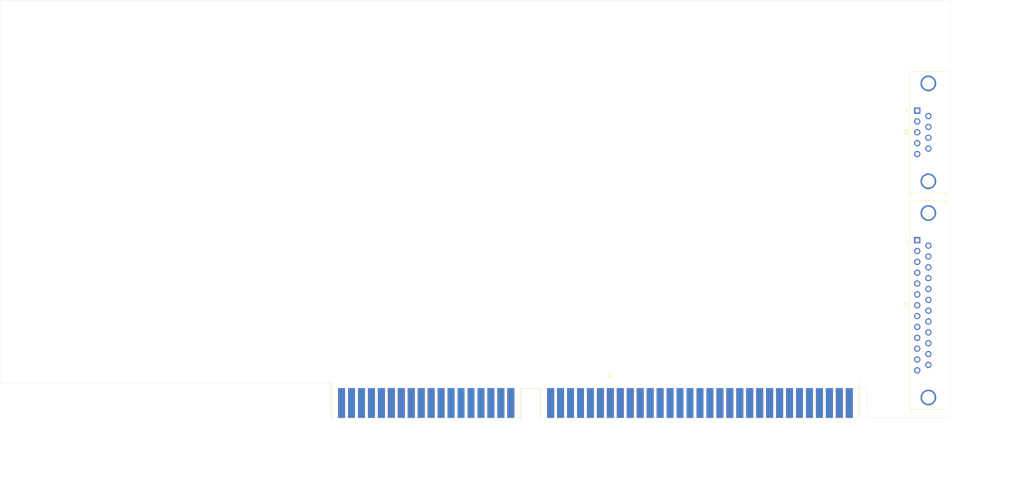
<source format=kicad_pcb>
(kicad_pcb (version 20240108) (generator "pcbnew") (generator_version "8.0")
  (layers (0 "F.Cu" signal) (31 "B.Cu" signal) (34 "B.Paste" user) (35 "F.Paste" user) (36 "B.SilkS" user "B.Silkscreen") (37 "F.SilkS" user "F.Silkscreen") (38 "B.Mask" user) (39 "F.Mask" user) (44 "Edge.Cuts" user))
  (net 0 "")
  (footprint "Connector_PCBEdge:BUS_AT" (layer "F.Cu") (at 254 123.19)
    (property "Reference" "J1" (at -60.96 -6.99 0) (layer "F.SilkS"))
    (property "Value" "Bus_ISA_16bit")
    (fp_line (start -132.15 -5.1) (end -132.55 -5.1) (stroke (width 0.12)) (layer "F.SilkS"))
    (fp_line (start -132.15 3.85) (end -132.15 -5.1) (stroke (width 0.12)) (layer "F.SilkS"))
    (fp_line (start -83.75 -3.75) (end -78.8 -3.75) (stroke (width 0.12)) (layer "F.SilkS"))
    (fp_line (start -83.75 3.85) (end -83.75 -3.75) (stroke (width 0.12)) (layer "F.SilkS"))
    (fp_line (start -78.8 -3.75) (end -78.8 3.85) (stroke (width 0.12)) (layer "F.SilkS"))
    (fp_line (start 2.6 -5.1) (end 3 -5.1) (stroke (width 0.12)) (layer "F.SilkS"))
    (fp_line (start 2.6 3.85) (end 2.6 -5.1) (stroke (width 0.12)) (layer "F.SilkS"))
    (pad "1" connect rect (at 0 0) (size 1.78 7.62) (layers "B.Cu" "B.Mask"))
    (pad "2" connect rect (at -2.54 0) (size 1.78 7.62) (layers "B.Cu" "B.Mask"))
    (pad "3" connect rect (at -5.08 0) (size 1.78 7.62) (layers "B.Cu" "B.Mask"))
    (pad "4" connect rect (at -7.62 0) (size 1.78 7.62) (layers "B.Cu" "B.Mask"))
    (pad "5" connect rect (at -10.16 0) (size 1.78 7.62) (layers "B.Cu" "B.Mask"))
    (pad "6" connect rect (at -12.7 0) (size 1.78 7.62) (layers "B.Cu" "B.Mask"))
    (pad "7" connect rect (at -15.24 0) (size 1.78 7.62) (layers "B.Cu" "B.Mask"))
    (pad "8" connect rect (at -17.78 0) (size 1.78 7.62) (layers "B.Cu" "B.Mask"))
    (pad "9" connect rect (at -20.32 0) (size 1.78 7.62) (layers "B.Cu" "B.Mask"))
    (pad "10" connect rect (at -22.86 0) (size 1.78 7.62) (layers "B.Cu" "B.Mask"))
    (pad "11" connect rect (at -25.4 0) (size 1.78 7.62) (layers "B.Cu" "B.Mask"))
    (pad "12" connect rect (at -27.94 0) (size 1.78 7.62) (layers "B.Cu" "B.Mask"))
    (pad "13" connect rect (at -30.48 0) (size 1.78 7.62) (layers "B.Cu" "B.Mask"))
    (pad "14" connect rect (at -33.02 0) (size 1.78 7.62) (layers "B.Cu" "B.Mask"))
    (pad "15" connect rect (at -35.56 0) (size 1.78 7.62) (layers "B.Cu" "B.Mask"))
    (pad "16" connect rect (at -38.1 0) (size 1.78 7.62) (layers "B.Cu" "B.Mask"))
    (pad "17" connect rect (at -40.64 0) (size 1.78 7.62) (layers "B.Cu" "B.Mask"))
    (pad "18" connect rect (at -43.18 0) (size 1.78 7.62) (layers "B.Cu" "B.Mask"))
    (pad "19" connect rect (at -45.72 0) (size 1.78 7.62) (layers "B.Cu" "B.Mask"))
    (pad "20" connect rect (at -48.26 0) (size 1.78 7.62) (layers "B.Cu" "B.Mask"))
    (pad "21" connect rect (at -50.8 0) (size 1.78 7.62) (layers "B.Cu" "B.Mask"))
    (pad "22" connect rect (at -53.34 0) (size 1.78 7.62) (layers "B.Cu" "B.Mask"))
    (pad "23" connect rect (at -55.88 0) (size 1.78 7.62) (layers "B.Cu" "B.Mask"))
    (pad "24" connect rect (at -58.42 0) (size 1.78 7.62) (layers "B.Cu" "B.Mask"))
    (pad "25" connect rect (at -60.96 0) (size 1.78 7.62) (layers "B.Cu" "B.Mask"))
    (pad "26" connect rect (at -63.5 0) (size 1.78 7.62) (layers "B.Cu" "B.Mask"))
    (pad "27" connect rect (at -66.04 0) (size 1.78 7.62) (layers "B.Cu" "B.Mask"))
    (pad "28" connect rect (at -68.58 0) (size 1.78 7.62) (layers "B.Cu" "B.Mask"))
    (pad "29" connect rect (at -71.12 0) (size 1.78 7.62) (layers "B.Cu" "B.Mask"))
    (pad "30" connect rect (at -73.66 0) (size 1.78 7.62) (layers "B.Cu" "B.Mask"))
    (pad "31" connect rect (at -76.2 0) (size 1.78 7.62) (layers "B.Cu" "B.Mask"))
    (pad "32" connect rect (at 0 0) (size 1.78 7.62) (layers "F.Cu" "F.Mask"))
    (pad "33" connect rect (at -2.54 0) (size 1.78 7.62) (layers "F.Cu" "F.Mask"))
    (pad "34" connect rect (at -5.08 0) (size 1.78 7.62) (layers "F.Cu" "F.Mask"))
    (pad "35" connect rect (at -7.62 0) (size 1.78 7.62) (layers "F.Cu" "F.Mask"))
    (pad "36" connect rect (at -10.16 0) (size 1.78 7.62) (layers "F.Cu" "F.Mask"))
    (pad "37" connect rect (at -12.7 0) (size 1.78 7.62) (layers "F.Cu" "F.Mask"))
    (pad "38" connect rect (at -15.24 0) (size 1.78 7.62) (layers "F.Cu" "F.Mask"))
    (pad "39" connect rect (at -17.78 0) (size 1.78 7.62) (layers "F.Cu" "F.Mask"))
    (pad "40" connect rect (at -20.32 0) (size 1.78 7.62) (layers "F.Cu" "F.Mask"))
    (pad "41" connect rect (at -22.86 0) (size 1.78 7.62) (layers "F.Cu" "F.Mask"))
    (pad "42" connect rect (at -25.4 0) (size 1.78 7.62) (layers "F.Cu" "F.Mask"))
    (pad "43" connect rect (at -27.94 0) (size 1.78 7.62) (layers "F.Cu" "F.Mask"))
    (pad "44" connect rect (at -30.48 0) (size 1.78 7.62) (layers "F.Cu" "F.Mask"))
    (pad "45" connect rect (at -33.02 0) (size 1.78 7.62) (layers "F.Cu" "F.Mask"))
    (pad "46" connect rect (at -35.56 0) (size 1.78 7.62) (layers "F.Cu" "F.Mask"))
    (pad "47" connect rect (at -38.1 0) (size 1.78 7.62) (layers "F.Cu" "F.Mask"))
    (pad "48" connect rect (at -40.64 0) (size 1.78 7.62) (layers "F.Cu" "F.Mask"))
    (pad "49" connect rect (at -43.18 0) (size 1.78 7.62) (layers "F.Cu" "F.Mask"))
    (pad "50" connect rect (at -45.72 0) (size 1.78 7.62) (layers "F.Cu" "F.Mask"))
    (pad "51" connect rect (at -48.26 0) (size 1.78 7.62) (layers "F.Cu" "F.Mask"))
    (pad "52" connect rect (at -50.8 0) (size 1.78 7.62) (layers "F.Cu" "F.Mask"))
    (pad "53" connect rect (at -53.34 0) (size 1.78 7.62) (layers "F.Cu" "F.Mask"))
    (pad "54" connect rect (at -55.88 0) (size 1.78 7.62) (layers "F.Cu" "F.Mask"))
    (pad "55" connect rect (at -58.42 0) (size 1.78 7.62) (layers "F.Cu" "F.Mask"))
    (pad "56" connect rect (at -60.96 0) (size 1.78 7.62) (layers "F.Cu" "F.Mask"))
    (pad "57" connect rect (at -63.5 0) (size 1.78 7.62) (layers "F.Cu" "F.Mask"))
    (pad "58" connect rect (at -66.04 0) (size 1.78 7.62) (layers "F.Cu" "F.Mask"))
    (pad "59" connect rect (at -68.58 0) (size 1.78 7.62) (layers "F.Cu" "F.Mask"))
    (pad "60" connect rect (at -71.12 0) (size 1.78 7.62) (layers "F.Cu" "F.Mask"))
    (pad "61" connect rect (at -73.66 0) (size 1.78 7.62) (layers "F.Cu" "F.Mask"))
    (pad "62" connect rect (at -76.2 0) (size 1.78 7.62) (layers "F.Cu" "F.Mask"))
    (pad "63" connect rect (at -86.36 0) (size 1.78 7.62) (layers "B.Cu" "B.Mask"))
    (pad "64" connect rect (at -88.9 0) (size 1.78 7.62) (layers "B.Cu" "B.Mask"))
    (pad "65" connect rect (at -91.44 0) (size 1.78 7.62) (layers "B.Cu" "B.Mask"))
    (pad "66" connect rect (at -93.98 0) (size 1.78 7.62) (layers "B.Cu" "B.Mask"))
    (pad "67" connect rect (at -96.52 0) (size 1.78 7.62) (layers "B.Cu" "B.Mask"))
    (pad "68" connect rect (at -99.06 0) (size 1.78 7.62) (layers "B.Cu" "B.Mask"))
    (pad "69" connect rect (at -101.6 0) (size 1.78 7.62) (layers "B.Cu" "B.Mask"))
    (pad "70" connect rect (at -104.14 0) (size 1.78 7.62) (layers "B.Cu" "B.Mask"))
    (pad "71" connect rect (at -106.68 0) (size 1.78 7.62) (layers "B.Cu" "B.Mask"))
    (pad "72" connect rect (at -109.22 0) (size 1.78 7.62) (layers "B.Cu" "B.Mask"))
    (pad "73" connect rect (at -111.76 0) (size 1.78 7.62) (layers "B.Cu" "B.Mask"))
    (pad "74" connect rect (at -114.3 0) (size 1.78 7.62) (layers "B.Cu" "B.Mask"))
    (pad "75" connect rect (at -116.84 0) (size 1.78 7.62) (layers "B.Cu" "B.Mask"))
    (pad "76" connect rect (at -119.38 0) (size 1.78 7.62) (layers "B.Cu" "B.Mask"))
    (pad "77" connect rect (at -121.92 0) (size 1.78 7.62) (layers "B.Cu" "B.Mask"))
    (pad "78" connect rect (at -124.46 0) (size 1.78 7.62) (layers "B.Cu" "B.Mask"))
    (pad "79" connect rect (at -127 0) (size 1.78 7.62) (layers "B.Cu" "B.Mask"))
    (pad "80" connect rect (at -129.54 0) (size 1.78 7.62) (layers "B.Cu" "B.Mask"))
    (pad "81" connect rect (at -86.36 0) (size 1.78 7.62) (layers "F.Cu" "F.Mask"))
    (pad "82" connect rect (at -88.9 0) (size 1.78 7.62) (layers "F.Cu" "F.Mask"))
    (pad "83" connect rect (at -91.44 0) (size 1.78 7.62) (layers "F.Cu" "F.Mask"))
    (pad "84" connect rect (at -93.98 0) (size 1.78 7.62) (layers "F.Cu" "F.Mask"))
    (pad "85" connect rect (at -96.52 0) (size 1.78 7.62) (layers "F.Cu" "F.Mask"))
    (pad "86" connect rect (at -99.06 0) (size 1.78 7.62) (layers "F.Cu" "F.Mask"))
    (pad "87" connect rect (at -101.6 0) (size 1.78 7.62) (layers "F.Cu" "F.Mask"))
    (pad "88" connect rect (at -104.14 0) (size 1.78 7.62) (layers "F.Cu" "F.Mask"))
    (pad "89" connect rect (at -106.68 0) (size 1.78 7.62) (layers "F.Cu" "F.Mask"))
    (pad "90" connect rect (at -109.22 0) (size 1.78 7.62) (layers "F.Cu" "F.Mask"))
    (pad "91" connect rect (at -111.76 0) (size 1.78 7.62) (layers "F.Cu" "F.Mask"))
    (pad "92" connect rect (at -114.3 0) (size 1.78 7.62) (layers "F.Cu" "F.Mask"))
    (pad "93" connect rect (at -116.84 0) (size 1.78 7.62) (layers "F.Cu" "F.Mask"))
    (pad "94" connect rect (at -119.38 0) (size 1.78 7.62) (layers "F.Cu" "F.Mask"))
    (pad "95" connect rect (at -121.92 0) (size 1.78 7.62) (layers "F.Cu" "F.Mask"))
    (pad "96" connect rect (at -124.46 0) (size 1.78 7.62) (layers "F.Cu" "F.Mask"))
    (pad "97" connect rect (at -127 0) (size 1.78 7.62) (layers "F.Cu" "F.Mask"))
    (pad "98" connect rect (at -129.54 0) (size 1.78 7.62) (layers "F.Cu" "F.Mask"))
  )
  (footprint "pc-parts:PC_BRACKET_ISA_KEYSTONE_9200_Rev1_1" (layer "F.Cu") (at 254 127)
    (property "Reference" "BRACKET1" (hide yes))
    (property "Value" "~" (hide yes))
  )
  (footprint "Connector_Dsub:DSUB-9_Female_Horizontal_P2.77x2.84mm_EdgePinOffset4.94mm_Housed_MountingHolesOffset4.94mm" (layer "F.Cu") (at 271.337669 48.5132 90)
    (property "Reference" "J3" (at -5.54 -2.8 90) (layer "F.SilkS"))
    (property "Value" "DE9_Receptacle_MountingHoles")
    (fp_line (start 0.25 -2.754338) (end 0 -2.321325) (stroke (width 0.12)) (layer "F.SilkS"))
    (fp_line (start -0.25 -2.754338) (end 0.25 -2.754338) (stroke (width 0.12)) (layer "F.SilkS"))
    (fp_line (start 0 -2.321325) (end -0.25 -2.754338) (stroke (width 0.12)) (layer "F.SilkS"))
    (fp_line (start 9.945 -1.86) (end 9.945 7.72) (stroke (width 0.12)) (layer "F.SilkS"))
    (fp_line (start -21.025 -1.86) (end 9.945 -1.86) (stroke (width 0.12)) (layer "F.SilkS"))
    (fp_line (start -21.025 7.72) (end -21.025 -1.86) (stroke (width 0.12)) (layer "F.SilkS"))
    (pad "0" thru_hole circle (at -18.04 2.84 90) (size 4 4) (drill 3.2) (layers "*.Cu" "*.Mask"))
    (pad "0" thru_hole circle (at 6.96 2.84 90) (size 4 4) (drill 3.2) (layers "*.Cu" "*.Mask"))
    (pad "1" thru_hole rect (at 0 0 90) (size 1.6 1.6) (drill 1) (layers "*.Cu" "*.Mask"))
    (pad "2" thru_hole circle (at -2.77 0 90) (size 1.6 1.6) (drill 1) (layers "*.Cu" "*.Mask"))
    (pad "3" thru_hole circle (at -5.54 0 90) (size 1.6 1.6) (drill 1) (layers "*.Cu" "*.Mask"))
    (pad "4" thru_hole circle (at -8.31 0 90) (size 1.6 1.6) (drill 1) (layers "*.Cu" "*.Mask"))
    (pad "5" thru_hole circle (at -11.08 0 90) (size 1.6 1.6) (drill 1) (layers "*.Cu" "*.Mask"))
    (pad "6" thru_hole circle (at -1.385 2.84 90) (size 1.6 1.6) (drill 1) (layers "*.Cu" "*.Mask"))
    (pad "7" thru_hole circle (at -4.155 2.84 90) (size 1.6 1.6) (drill 1) (layers "*.Cu" "*.Mask"))
    (pad "8" thru_hole circle (at -6.925 2.84 90) (size 1.6 1.6) (drill 1) (layers "*.Cu" "*.Mask"))
    (pad "9" thru_hole circle (at -9.695 2.84 90) (size 1.6 1.6) (drill 1) (layers "*.Cu" "*.Mask"))
  )
  (footprint "Connector_Dsub:DSUB-25_Female_Horizontal_P2.77x2.84mm_EdgePinOffset4.94mm_Housed_MountingHolesOffset4.94mm" (layer "F.Cu") (at 271.337669 81.6032 90)
    (property "Reference" "J2" (at -16.62 -2.8 90) (layer "F.SilkS"))
    (property "Value" "DB25_Receptacle_MountingHoles")
    (fp_line (start 0.25 -2.754338) (end 0 -2.321325) (stroke (width 0.12)) (layer "F.SilkS"))
    (fp_line (start -0.25 -2.754338) (end 0.25 -2.754338) (stroke (width 0.12)) (layer "F.SilkS"))
    (fp_line (start 0 -2.321325) (end -0.25 -2.754338) (stroke (width 0.12)) (layer "F.SilkS"))
    (fp_line (start 9.99 -1.86) (end 9.99 7.72) (stroke (width 0.12)) (layer "F.SilkS"))
    (fp_line (start -43.23 -1.86) (end 9.99 -1.86) (stroke (width 0.12)) (layer "F.SilkS"))
    (fp_line (start -43.23 7.72) (end -43.23 -1.86) (stroke (width 0.12)) (layer "F.SilkS"))
    (pad "0" thru_hole circle (at -40.17 2.84 90) (size 4 4) (drill 3.2) (layers "*.Cu" "*.Mask"))
    (pad "0" thru_hole circle (at 6.93 2.84 90) (size 4 4) (drill 3.2) (layers "*.Cu" "*.Mask"))
    (pad "1" thru_hole rect (at 0 0 90) (size 1.6 1.6) (drill 1) (layers "*.Cu" "*.Mask"))
    (pad "2" thru_hole circle (at -2.77 0 90) (size 1.6 1.6) (drill 1) (layers "*.Cu" "*.Mask"))
    (pad "3" thru_hole circle (at -5.54 0 90) (size 1.6 1.6) (drill 1) (layers "*.Cu" "*.Mask"))
    (pad "4" thru_hole circle (at -8.31 0 90) (size 1.6 1.6) (drill 1) (layers "*.Cu" "*.Mask"))
    (pad "5" thru_hole circle (at -11.08 0 90) (size 1.6 1.6) (drill 1) (layers "*.Cu" "*.Mask"))
    (pad "6" thru_hole circle (at -13.85 0 90) (size 1.6 1.6) (drill 1) (layers "*.Cu" "*.Mask"))
    (pad "7" thru_hole circle (at -16.62 0 90) (size 1.6 1.6) (drill 1) (layers "*.Cu" "*.Mask"))
    (pad "8" thru_hole circle (at -19.39 0 90) (size 1.6 1.6) (drill 1) (layers "*.Cu" "*.Mask"))
    (pad "9" thru_hole circle (at -22.16 0 90) (size 1.6 1.6) (drill 1) (layers "*.Cu" "*.Mask"))
    (pad "10" thru_hole circle (at -24.93 0 90) (size 1.6 1.6) (drill 1) (layers "*.Cu" "*.Mask"))
    (pad "11" thru_hole circle (at -27.7 0 90) (size 1.6 1.6) (drill 1) (layers "*.Cu" "*.Mask"))
    (pad "12" thru_hole circle (at -30.47 0 90) (size 1.6 1.6) (drill 1) (layers "*.Cu" "*.Mask"))
    (pad "13" thru_hole circle (at -33.24 0 90) (size 1.6 1.6) (drill 1) (layers "*.Cu" "*.Mask"))
    (pad "14" thru_hole circle (at -1.385 2.84 90) (size 1.6 1.6) (drill 1) (layers "*.Cu" "*.Mask"))
    (pad "15" thru_hole circle (at -4.155 2.84 90) (size 1.6 1.6) (drill 1) (layers "*.Cu" "*.Mask"))
    (pad "16" thru_hole circle (at -6.925 2.84 90) (size 1.6 1.6) (drill 1) (layers "*.Cu" "*.Mask"))
    (pad "17" thru_hole circle (at -9.695 2.84 90) (size 1.6 1.6) (drill 1) (layers "*.Cu" "*.Mask"))
    (pad "18" thru_hole circle (at -12.465 2.84 90) (size 1.6 1.6) (drill 1) (layers "*.Cu" "*.Mask"))
    (pad "19" thru_hole circle (at -15.235 2.84 90) (size 1.6 1.6) (drill 1) (layers "*.Cu" "*.Mask"))
    (pad "20" thru_hole circle (at -18.005 2.84 90) (size 1.6 1.6) (drill 1) (layers "*.Cu" "*.Mask"))
    (pad "21" thru_hole circle (at -20.775 2.84 90) (size 1.6 1.6) (drill 1) (layers "*.Cu" "*.Mask"))
    (pad "22" thru_hole circle (at -23.545 2.84 90) (size 1.6 1.6) (drill 1) (layers "*.Cu" "*.Mask"))
    (pad "23" thru_hole circle (at -26.315 2.84 90) (size 1.6 1.6) (drill 1) (layers "*.Cu" "*.Mask"))
    (pad "24" thru_hole circle (at -29.085 2.84 90) (size 1.6 1.6) (drill 1) (layers "*.Cu" "*.Mask"))
    (pad "25" thru_hole circle (at -31.855 2.84 90) (size 1.6 1.6) (drill 1) (layers "*.Cu" "*.Mask"))
  )
  (gr_line (start 170.2308 127) (end 121.8692 127) (stroke (width 0.05)) (layer "Edge.Cuts"))
  (gr_line (start 37.338 20.32) (end 37.338 118.11) (stroke (width 0.05)) (layer "Edge.Cuts"))
  (gr_line (start 258.572 119.38) (end 258.572 127) (stroke (width 0.05)) (layer "Edge.Cuts"))
  (gr_line (start 121.8692 127) (end 121.8692 118.11) (stroke (width 0.05)) (layer "Edge.Cuts"))
  (gr_line (start 170.2308 119.4308) (end 170.2308 127) (stroke (width 0.05)) (layer "Edge.Cuts"))
  (gr_line (start 279.7048 20.32) (end 37.338 20.32) (stroke (width 0.05)) (layer "Edge.Cuts"))
  (gr_line (start 175.26 119.4308) (end 170.2308 119.4308) (stroke (width 0.05)) (layer "Edge.Cuts"))
  (gr_line (start 258.572 127) (end 279.7048 127) (stroke (width 0.05)) (layer "Edge.Cuts"))
  (gr_line (start 254 127) (end 256.413 127) (stroke (width 0.05)) (layer "Edge.Cuts"))
  (gr_line (start 121.8692 118.11) (end 37.338 118.11) (stroke (width 0.05)) (layer "Edge.Cuts"))
  (gr_line (start 256.413 127) (end 256.413 119.38) (stroke (width 0.05)) (layer "Edge.Cuts"))
  (gr_line (start 175.2092 127) (end 175.26 119.4308) (stroke (width 0.05)) (layer "Edge.Cuts"))
  (gr_line (start 279.7048 127) (end 279.7048 20.32) (stroke (width 0.05)) (layer "Edge.Cuts"))
  (gr_line (start 254 127) (end 175.2092 127) (stroke (width 0.05)) (layer "Edge.Cuts"))
  (gr_line (start 256.413 119.38) (end 258.572 119.38) (stroke (width 0.05)) (layer "Edge.Cuts"))
)
</source>
